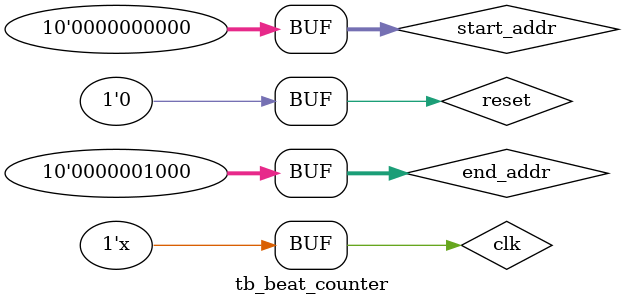
<source format=v>
module tb_beat_counter ();

    reg clk, reset;
    reg [9:0] start_addr, end_addr;
    
    wire [9:0] beat_addr_out;


    beat_counter #(.MAIN_CLK_SPEED(32'd8), .NOTE_CLK_SPEED(32'd1)) bc (
        .clk(clk),
        .reset(reset),
        .start_addr(start_addr),
        .end_addr(end_addr),
        .beat_addr(beat_addr_out)
    );

    always #1 clk <= ~clk;
    initial clk <= 1'h0;

    initial begin
        start_addr = 10'd0;
        end_addr = 10'd8;
        reset = 1'b1; #1; reset = 1'b0; #1; reset = 1'b0;
    end
endmodule
</source>
